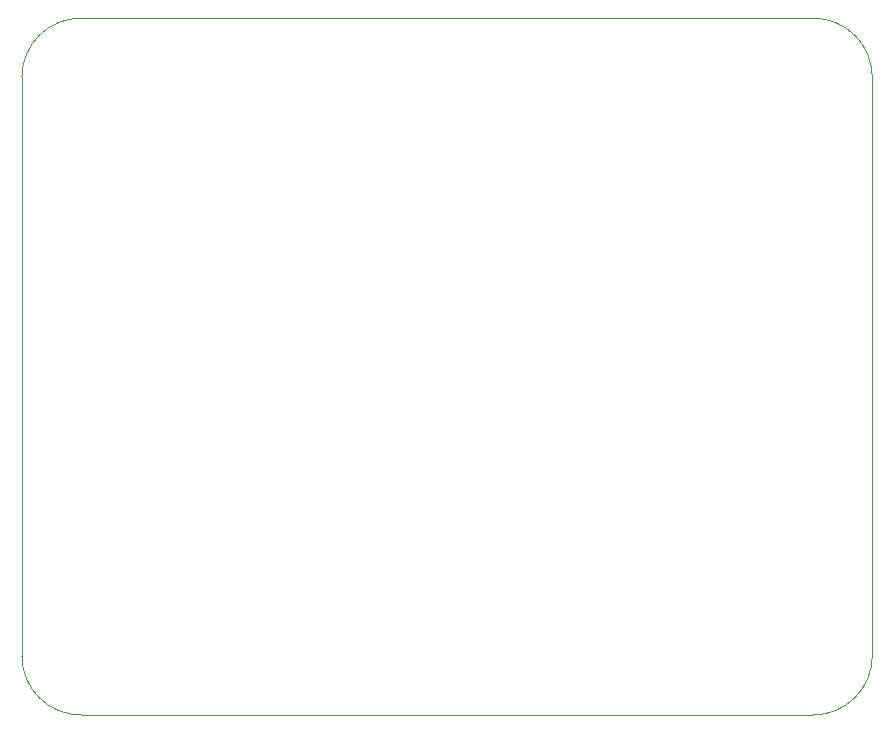
<source format=gm1>
G04 #@! TF.GenerationSoftware,KiCad,Pcbnew,7.0.7*
G04 #@! TF.CreationDate,2023-09-26T12:20:41-04:00*
G04 #@! TF.ProjectId,programmer,70726f67-7261-46d6-9d65-722e6b696361,rev?*
G04 #@! TF.SameCoordinates,Original*
G04 #@! TF.FileFunction,Profile,NP*
%FSLAX46Y46*%
G04 Gerber Fmt 4.6, Leading zero omitted, Abs format (unit mm)*
G04 Created by KiCad (PCBNEW 7.0.7) date 2023-09-26 12:20:41*
%MOMM*%
%LPD*%
G01*
G04 APERTURE LIST*
G04 #@! TA.AperFunction,Profile*
%ADD10C,0.100000*%
G04 #@! TD*
G04 APERTURE END LIST*
D10*
X115907500Y-131420000D02*
X177907500Y-131420000D01*
X110907500Y-126420000D02*
G75*
G03*
X115907500Y-131420000I5000000J0D01*
G01*
X115907500Y-72420000D02*
X177907500Y-72420000D01*
X115907500Y-72420000D02*
G75*
G03*
X110907500Y-77420000I0J-5000000D01*
G01*
X110907500Y-77420000D02*
X110907500Y-126420000D01*
X177907500Y-131420000D02*
G75*
G03*
X182907500Y-126420000I0J5000000D01*
G01*
X182907500Y-77420000D02*
G75*
G03*
X177907500Y-72420000I-5000000J0D01*
G01*
X182907500Y-126420000D02*
X182907500Y-77420000D01*
M02*

</source>
